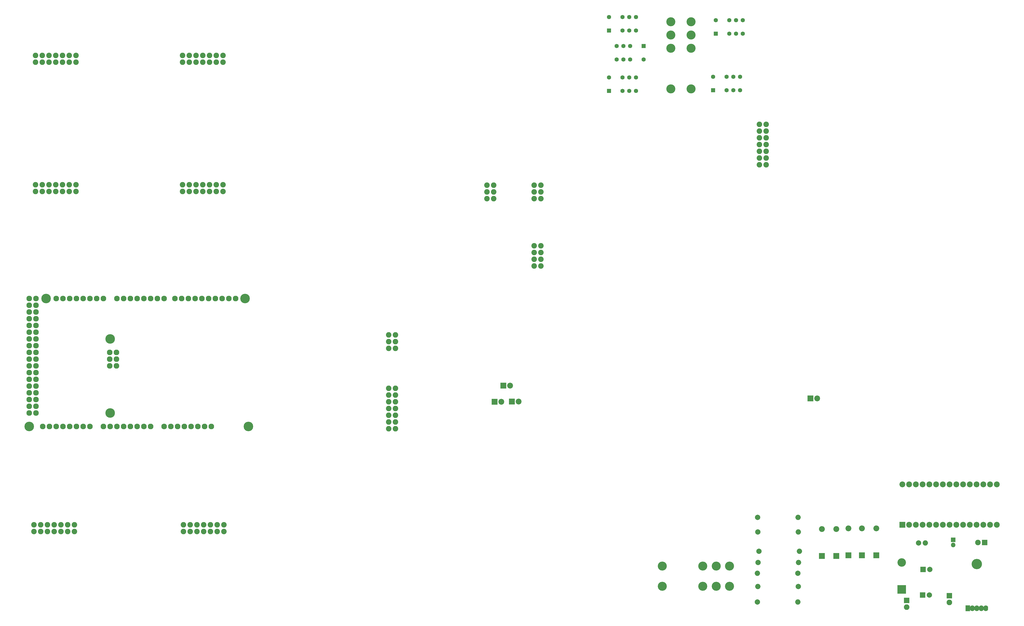
<source format=gbr>
G04 #@! TF.FileFunction,Soldermask,Bot*
%FSLAX46Y46*%
G04 Gerber Fmt 4.6, Leading zero omitted, Abs format (unit mm)*
G04 Created by KiCad (PCBNEW 4.0.6) date 02/28/20 07:27:54*
%MOMM*%
%LPD*%
G01*
G04 APERTURE LIST*
%ADD10C,0.100000*%
%ADD11O,2.127200X2.127200*%
%ADD12C,3.600000*%
%ADD13C,2.082800*%
%ADD14R,2.000000X2.000000*%
%ADD15C,2.000000*%
%ADD16R,2.200000X2.200000*%
%ADD17C,2.200000*%
%ADD18O,2.200000X2.200000*%
%ADD19R,3.200000X3.200000*%
%ADD20O,3.200000X3.200000*%
%ADD21R,1.600000X1.600000*%
%ADD22C,1.600000*%
%ADD23R,2.100000X2.100000*%
%ADD24O,2.100000X2.100000*%
%ADD25R,1.750000X1.750000*%
%ADD26O,1.750000X1.750000*%
%ADD27C,3.400000*%
%ADD28O,3.900000X3.900000*%
%ADD29R,1.750000X2.200000*%
%ADD30O,1.750000X2.200000*%
%ADD31O,2.000000X2.000000*%
G04 APERTURE END LIST*
D10*
D11*
X163932000Y-219456000D03*
X161392000Y-219456000D03*
X161392000Y-216916000D03*
X163932000Y-216916000D03*
X161392000Y-214376000D03*
X176759000Y-242316000D03*
X181839000Y-242316000D03*
X184379000Y-242316000D03*
X186919000Y-242316000D03*
X189459000Y-242316000D03*
X191999000Y-242316000D03*
X194539000Y-242316000D03*
X197079000Y-242316000D03*
X141199000Y-194056000D03*
X143739000Y-194056000D03*
X146279000Y-194056000D03*
X148819000Y-194056000D03*
X151359000Y-194056000D03*
X153899000Y-194056000D03*
X156439000Y-194056000D03*
X158979000Y-194056000D03*
X164059000Y-194056000D03*
X166599000Y-194056000D03*
X169139000Y-194056000D03*
X171679000Y-194056000D03*
X174219000Y-194056000D03*
X176759000Y-194056000D03*
X179299000Y-194056000D03*
X181839000Y-194056000D03*
X201143000Y-194056000D03*
X185903000Y-194056000D03*
X188443000Y-194056000D03*
X190983000Y-194056000D03*
D12*
X161519000Y-237236000D03*
X161519000Y-209296000D03*
X137389000Y-194056000D03*
X212319000Y-194056000D03*
X131039000Y-242316000D03*
X213589000Y-242316000D03*
D11*
X208763000Y-194056000D03*
X206223000Y-194056000D03*
X203683000Y-194056000D03*
X198603000Y-194056000D03*
X196063000Y-194056000D03*
X193523000Y-194056000D03*
X199619000Y-242316000D03*
X174219000Y-242316000D03*
X171679000Y-242316000D03*
X169139000Y-242316000D03*
X166599000Y-242316000D03*
X164059000Y-242316000D03*
X161519000Y-242316000D03*
X158979000Y-242316000D03*
X153899000Y-242316000D03*
X151359000Y-242316000D03*
X148819000Y-242316000D03*
X146279000Y-242316000D03*
X143739000Y-242316000D03*
X141199000Y-242316000D03*
X138659000Y-242316000D03*
X136119000Y-242316000D03*
X133579000Y-194056000D03*
X131039000Y-194056000D03*
X133579000Y-196596000D03*
X131039000Y-196596000D03*
X133579000Y-199136000D03*
X131039000Y-199136000D03*
X133579000Y-201676000D03*
X131039000Y-201676000D03*
X133579000Y-204216000D03*
X131039000Y-204216000D03*
X133579000Y-206756000D03*
X131039000Y-206756000D03*
X133579000Y-209296000D03*
X131039000Y-209296000D03*
X133579000Y-211836000D03*
X131039000Y-211836000D03*
X133579000Y-214376000D03*
X131039000Y-214376000D03*
X133579000Y-216916000D03*
X131039000Y-216916000D03*
X133579000Y-219456000D03*
X131039000Y-219456000D03*
X133579000Y-221996000D03*
X131039000Y-221996000D03*
X133579000Y-224536000D03*
X131039000Y-224536000D03*
X133579000Y-227076000D03*
X131039000Y-227076000D03*
X133579000Y-229616000D03*
X131039000Y-229616000D03*
X133579000Y-232156000D03*
X131039000Y-232156000D03*
X133579000Y-234696000D03*
X131039000Y-234696000D03*
X133579000Y-237236000D03*
X131039000Y-237236000D03*
X163932000Y-214376000D03*
D13*
X133400000Y-102400000D03*
X133400000Y-104940000D03*
X135940000Y-102400000D03*
X135940000Y-104940000D03*
X138480000Y-102400000D03*
X138480000Y-104940000D03*
X141020000Y-102400000D03*
X141020000Y-104940000D03*
X143560000Y-102400000D03*
X143560000Y-104940000D03*
X146100000Y-102400000D03*
X146100000Y-104940000D03*
X148640000Y-102400000D03*
X148640000Y-104940000D03*
X188800000Y-102400000D03*
X188800000Y-104940000D03*
X191340000Y-102400000D03*
X191340000Y-104940000D03*
X193880000Y-102400000D03*
X193880000Y-104940000D03*
X196420000Y-102400000D03*
X196420000Y-104940000D03*
X198960000Y-102400000D03*
X198960000Y-104940000D03*
X201500000Y-102400000D03*
X201500000Y-104940000D03*
X204040000Y-102400000D03*
X204040000Y-104940000D03*
X188800000Y-151200000D03*
X188800000Y-153740000D03*
X191340000Y-151200000D03*
X191340000Y-153740000D03*
X193880000Y-151200000D03*
X193880000Y-153740000D03*
X196420000Y-151200000D03*
X196420000Y-153740000D03*
X198960000Y-151200000D03*
X198960000Y-153740000D03*
X201500000Y-151200000D03*
X201500000Y-153740000D03*
X204040000Y-151200000D03*
X204040000Y-153740000D03*
X133400000Y-151200000D03*
X133400000Y-153740000D03*
X135940000Y-151200000D03*
X135940000Y-153740000D03*
X138480000Y-151200000D03*
X138480000Y-153740000D03*
X141020000Y-151200000D03*
X141020000Y-153740000D03*
X143560000Y-151200000D03*
X143560000Y-153740000D03*
X146100000Y-151200000D03*
X146100000Y-153740000D03*
X148640000Y-151200000D03*
X148640000Y-153740000D03*
X148100000Y-282000000D03*
X148100000Y-279460000D03*
X145560000Y-282000000D03*
X145560000Y-279460000D03*
X143020000Y-282000000D03*
X143020000Y-279460000D03*
X140480000Y-282000000D03*
X140480000Y-279460000D03*
X137940000Y-282000000D03*
X137940000Y-279460000D03*
X135400000Y-282000000D03*
X135400000Y-279460000D03*
X132860000Y-282000000D03*
X132860000Y-279460000D03*
X204343000Y-282000000D03*
X204343000Y-279460000D03*
X201803000Y-282000000D03*
X201803000Y-279460000D03*
X199263000Y-282000000D03*
X199263000Y-279460000D03*
X196723000Y-282000000D03*
X196723000Y-279460000D03*
X194183000Y-282000000D03*
X194183000Y-279460000D03*
X191643000Y-282000000D03*
X191643000Y-279460000D03*
X189103000Y-282000000D03*
X189103000Y-279460000D03*
X269000000Y-243200000D03*
X266460000Y-243200000D03*
X269000000Y-240660000D03*
X266460000Y-240660000D03*
X269000000Y-238120000D03*
X266460000Y-238120000D03*
X269000000Y-235580000D03*
X266460000Y-235580000D03*
X269000000Y-233040000D03*
X266460000Y-233040000D03*
X269000000Y-230500000D03*
X266460000Y-230500000D03*
X269000000Y-227960000D03*
X266460000Y-227960000D03*
X408600000Y-143600000D03*
X406060000Y-143600000D03*
X408600000Y-141060000D03*
X406060000Y-141060000D03*
X408600000Y-138520000D03*
X406060000Y-138520000D03*
X408600000Y-135980000D03*
X406060000Y-135980000D03*
X408600000Y-133440000D03*
X406060000Y-133440000D03*
X408600000Y-130900000D03*
X406060000Y-130900000D03*
X408600000Y-128360000D03*
X406060000Y-128360000D03*
X323800000Y-156400000D03*
X321260000Y-156400000D03*
X323800000Y-153860000D03*
X321260000Y-153860000D03*
X323800000Y-151320000D03*
X321260000Y-151320000D03*
X306000000Y-156400000D03*
X303460000Y-156400000D03*
X306000000Y-153860000D03*
X303460000Y-153860000D03*
X306000000Y-151320000D03*
X303460000Y-151320000D03*
X323800000Y-181800000D03*
X321260000Y-181800000D03*
X323800000Y-179260000D03*
X321260000Y-179260000D03*
X323800000Y-176720000D03*
X321260000Y-176720000D03*
X323800000Y-174180000D03*
X321260000Y-174180000D03*
D14*
X467538000Y-305918000D03*
D15*
X470038000Y-305918000D03*
D14*
X467716000Y-296316000D03*
D15*
X470216000Y-296316000D03*
D16*
X312852000Y-232995000D03*
D17*
X315392000Y-232995000D03*
D16*
X429616000Y-291236000D03*
D18*
X429616000Y-281076000D03*
D16*
X434975000Y-291186000D03*
D18*
X434975000Y-281026000D03*
D16*
X450113000Y-290957000D03*
D18*
X450113000Y-280797000D03*
D16*
X444627000Y-290957000D03*
D18*
X444627000Y-280797000D03*
D16*
X425298000Y-231800000D03*
D17*
X427838000Y-231800000D03*
D19*
X459613000Y-303809000D03*
D20*
X459613000Y-293649000D03*
D16*
X439598000Y-290957000D03*
D18*
X439598000Y-280797000D03*
D16*
X309601000Y-226924000D03*
D17*
X312141000Y-226924000D03*
D16*
X306350000Y-233071000D03*
D17*
X308890000Y-233071000D03*
D21*
X388622000Y-115519000D03*
D22*
X388622000Y-110439000D03*
X393702000Y-115519000D03*
X398782000Y-110439000D03*
X396242000Y-115519000D03*
X398782000Y-115519000D03*
X393702000Y-110439000D03*
X396242000Y-110439000D03*
D21*
X349455000Y-115748000D03*
D22*
X349455000Y-110668000D03*
X354535000Y-115748000D03*
X359615000Y-110668000D03*
X357075000Y-115748000D03*
X359615000Y-115748000D03*
X354535000Y-110668000D03*
X357075000Y-110668000D03*
D21*
X362431000Y-98882000D03*
D22*
X362431000Y-103962000D03*
X357351000Y-98882000D03*
X352271000Y-103962000D03*
X354811000Y-98882000D03*
X352271000Y-98882000D03*
X357351000Y-103962000D03*
X354811000Y-103962000D03*
D21*
X349404000Y-92964000D03*
D22*
X349404000Y-87884000D03*
X354484000Y-92964000D03*
X359564000Y-87884000D03*
X357024000Y-92964000D03*
X359564000Y-92964000D03*
X354484000Y-87884000D03*
X357024000Y-87884000D03*
D21*
X389638000Y-94183200D03*
D22*
X389638000Y-89103200D03*
X394718000Y-94183200D03*
X399798000Y-89103200D03*
X397258000Y-94183200D03*
X399798000Y-94183200D03*
X394718000Y-89103200D03*
X397258000Y-89103200D03*
D23*
X477596000Y-306172000D03*
D24*
X477596000Y-308712000D03*
D16*
X459892000Y-279476000D03*
D17*
X462432000Y-279476000D03*
X464972000Y-279476000D03*
X467512000Y-279476000D03*
X470052000Y-279476000D03*
X472592000Y-279476000D03*
X475132000Y-279476000D03*
X477672000Y-279476000D03*
X480212000Y-279476000D03*
X482752000Y-279476000D03*
X485292000Y-279476000D03*
X487832000Y-279476000D03*
X490372000Y-279476000D03*
X492912000Y-279476000D03*
X495452000Y-279476000D03*
X495452000Y-264236000D03*
X492912000Y-264236000D03*
X490372000Y-264236000D03*
X487832000Y-264236000D03*
X485292000Y-264236000D03*
X482752000Y-264236000D03*
X480212000Y-264236000D03*
X477672000Y-264236000D03*
X475132000Y-264236000D03*
X472592000Y-264236000D03*
X470052000Y-264236000D03*
X467512000Y-264236000D03*
X464972000Y-264236000D03*
X462432000Y-264236000D03*
X459892000Y-264236000D03*
D25*
X479069000Y-285090000D03*
D26*
X479069000Y-287090000D03*
D27*
X372720000Y-115011000D03*
X380340000Y-115011000D03*
X372720000Y-94691000D03*
X380340000Y-89691000D03*
X380340000Y-99691000D03*
X372720000Y-99691000D03*
X380340000Y-94691000D03*
X372720000Y-89691000D03*
D28*
X487956000Y-294236000D03*
D29*
X484556000Y-310896000D03*
D30*
X486256000Y-310896000D03*
X487956000Y-310896000D03*
X489656000Y-310896000D03*
X491356000Y-310896000D03*
D23*
X490880000Y-286131000D03*
D24*
X488340000Y-286131000D03*
D15*
X465988000Y-286334000D03*
D31*
X468528000Y-286334000D03*
D23*
X461518000Y-307950000D03*
D24*
X461518000Y-310490000D03*
D15*
X405308000Y-308559000D03*
D31*
X420548000Y-308559000D03*
D15*
X405587000Y-293649000D03*
D31*
X420827000Y-293649000D03*
D15*
X405867000Y-289458000D03*
D31*
X421107000Y-289458000D03*
D15*
X420675000Y-302692000D03*
D31*
X405435000Y-302692000D03*
D15*
X420548000Y-297739000D03*
D31*
X405308000Y-297739000D03*
D13*
X268986000Y-212877000D03*
X266446000Y-212877000D03*
X268986000Y-210337000D03*
X266446000Y-210337000D03*
X268986000Y-207797000D03*
X266446000Y-207797000D03*
D27*
X369443000Y-295021000D03*
X369443000Y-302641000D03*
X389763000Y-295021000D03*
X394763000Y-302641000D03*
X384763000Y-302641000D03*
X384763000Y-295021000D03*
X389763000Y-302641000D03*
X394763000Y-295021000D03*
D15*
X405435000Y-282118000D03*
D31*
X420675000Y-282118000D03*
D15*
X405359000Y-276657000D03*
D31*
X420599000Y-276657000D03*
M02*

</source>
